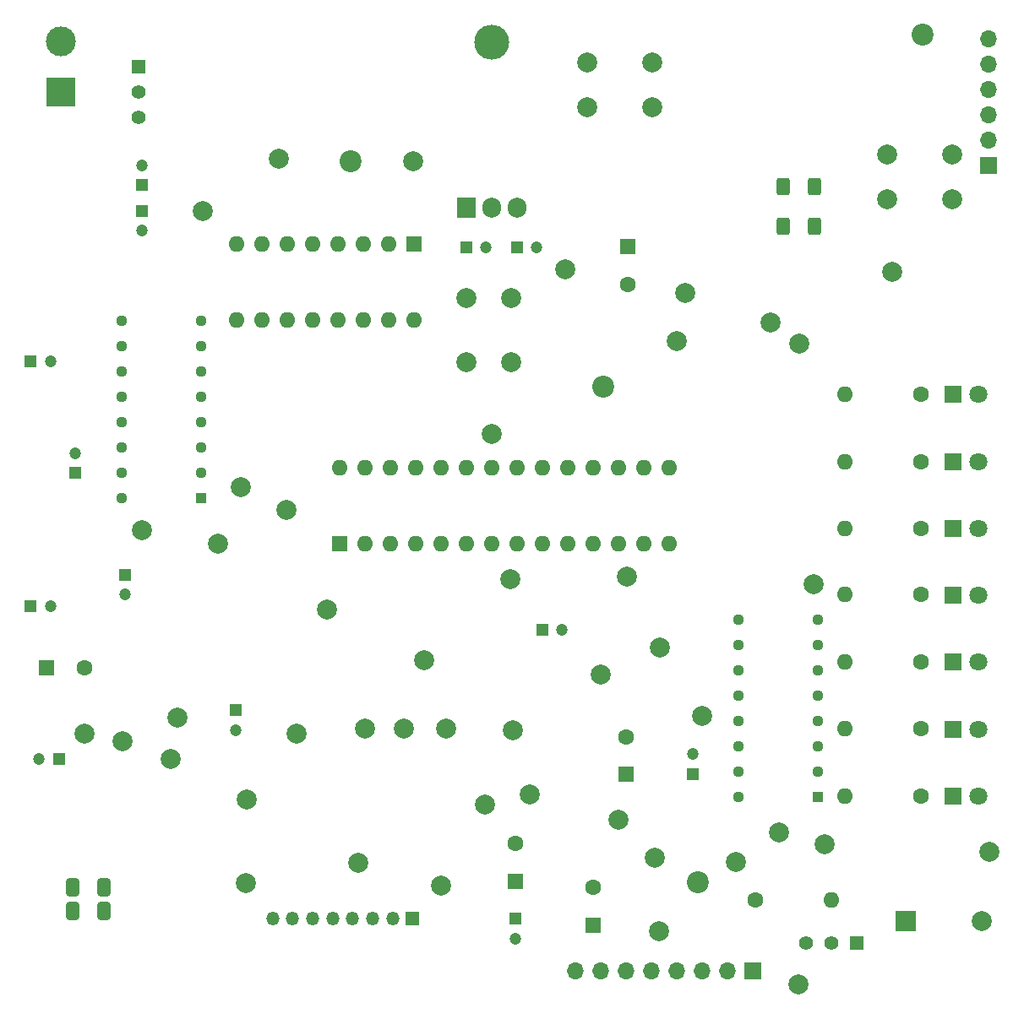
<source format=gbr>
%TF.GenerationSoftware,KiCad,Pcbnew,7.0.10*%
%TF.CreationDate,2024-02-21T03:28:03-08:00*%
%TF.ProjectId,b1,62312e6b-6963-4616-945f-706362585858,1*%
%TF.SameCoordinates,Original*%
%TF.FileFunction,Soldermask,Bot*%
%TF.FilePolarity,Negative*%
%FSLAX46Y46*%
G04 Gerber Fmt 4.6, Leading zero omitted, Abs format (unit mm)*
G04 Created by KiCad (PCBNEW 7.0.10) date 2024-02-21 03:28:03*
%MOMM*%
%LPD*%
G01*
G04 APERTURE LIST*
G04 Aperture macros list*
%AMRoundRect*
0 Rectangle with rounded corners*
0 $1 Rounding radius*
0 $2 $3 $4 $5 $6 $7 $8 $9 X,Y pos of 4 corners*
0 Add a 4 corners polygon primitive as box body*
4,1,4,$2,$3,$4,$5,$6,$7,$8,$9,$2,$3,0*
0 Add four circle primitives for the rounded corners*
1,1,$1+$1,$2,$3*
1,1,$1+$1,$4,$5*
1,1,$1+$1,$6,$7*
1,1,$1+$1,$8,$9*
0 Add four rect primitives between the rounded corners*
20,1,$1+$1,$2,$3,$4,$5,0*
20,1,$1+$1,$4,$5,$6,$7,0*
20,1,$1+$1,$6,$7,$8,$9,0*
20,1,$1+$1,$8,$9,$2,$3,0*%
G04 Aperture macros list end*
%ADD10R,1.350000X1.350000*%
%ADD11O,1.350000X1.350000*%
%ADD12C,1.130000*%
%ADD13R,1.130000X1.130000*%
%ADD14O,1.600000X1.600000*%
%ADD15R,1.600000X1.600000*%
%ADD16O,1.905000X2.000000*%
%ADD17R,1.905000X2.000000*%
%ADD18O,3.500000X3.500000*%
%ADD19C,2.000000*%
%ADD20R,1.408000X1.408000*%
%ADD21C,1.408000*%
%ADD22C,1.600000*%
%ADD23RoundRect,0.250000X0.400000X0.625000X-0.400000X0.625000X-0.400000X-0.625000X0.400000X-0.625000X0*%
%ADD24RoundRect,0.250000X-0.400000X-0.625000X0.400000X-0.625000X0.400000X0.625000X-0.400000X0.625000X0*%
%ADD25R,1.700000X1.700000*%
%ADD26O,1.700000X1.700000*%
%ADD27R,3.000000X3.000000*%
%ADD28C,3.000000*%
%ADD29C,2.200000*%
%ADD30R,1.800000X1.800000*%
%ADD31C,1.800000*%
%ADD32C,1.200000*%
%ADD33R,1.200000X1.200000*%
%ADD34RoundRect,0.250000X0.412500X0.650000X-0.412500X0.650000X-0.412500X-0.650000X0.412500X-0.650000X0*%
%ADD35R,2.000000X2.000000*%
G04 APERTURE END LIST*
D10*
%TO.C,U8*%
X135095000Y-134747000D03*
D11*
X133095000Y-134747000D03*
X131095000Y-134747000D03*
X129095000Y-134747000D03*
X127095000Y-134747000D03*
X125095000Y-134747000D03*
X123095000Y-134747000D03*
X121095000Y-134747000D03*
%TD*%
D12*
%TO.C,U6*%
X167767000Y-122555000D03*
X167767000Y-120015000D03*
X167767000Y-117475000D03*
X167767000Y-114935000D03*
X167767000Y-112395000D03*
X167767000Y-109855000D03*
X167767000Y-107315000D03*
X167767000Y-104775000D03*
X175707000Y-104775000D03*
X175707000Y-107315000D03*
X175707000Y-109855000D03*
X175707000Y-112395000D03*
X175707000Y-114935000D03*
X175707000Y-117475000D03*
X175707000Y-120015000D03*
D13*
X175707000Y-122555000D03*
%TD*%
%TO.C,U5*%
X113881500Y-92573000D03*
D12*
X113881500Y-90033000D03*
X113881500Y-87493000D03*
X113881500Y-84953000D03*
X113881500Y-82413000D03*
X113881500Y-79873000D03*
X113881500Y-77333000D03*
X113881500Y-74793000D03*
X105941500Y-74793000D03*
X105941500Y-77333000D03*
X105941500Y-79873000D03*
X105941500Y-82413000D03*
X105941500Y-84953000D03*
X105941500Y-87493000D03*
X105941500Y-90033000D03*
X105941500Y-92573000D03*
%TD*%
D14*
%TO.C,U4*%
X127762000Y-89535000D03*
X130302000Y-89535000D03*
X132842000Y-89535000D03*
X135382000Y-89535000D03*
X137922000Y-89535000D03*
X140462000Y-89535000D03*
X143002000Y-89535000D03*
X145542000Y-89535000D03*
X148082000Y-89535000D03*
X150622000Y-89535000D03*
X153162000Y-89535000D03*
X155702000Y-89535000D03*
X158242000Y-89535000D03*
X160782000Y-89535000D03*
X160782000Y-97155000D03*
X158242000Y-97155000D03*
X155702000Y-97155000D03*
X153162000Y-97155000D03*
X150622000Y-97155000D03*
X148082000Y-97155000D03*
X145542000Y-97155000D03*
X143002000Y-97155000D03*
X140462000Y-97155000D03*
X137922000Y-97155000D03*
X135382000Y-97155000D03*
X132842000Y-97155000D03*
X130302000Y-97155000D03*
D15*
X127762000Y-97155000D03*
%TD*%
D16*
%TO.C,U1*%
X145542000Y-63459000D03*
X143002000Y-63459000D03*
D17*
X140462000Y-63459000D03*
D18*
X143002000Y-46799000D03*
%TD*%
D19*
%TO.C,TP51*%
X129667000Y-129159000D03*
%TD*%
%TO.C,TP50*%
X138430000Y-115697000D03*
%TD*%
%TO.C,TP49*%
X126492000Y-103759000D03*
%TD*%
%TO.C,TP48*%
X136271000Y-108839000D03*
%TD*%
%TO.C,TP47*%
X134239000Y-115697000D03*
%TD*%
%TO.C,TP46*%
X155702000Y-124841000D03*
%TD*%
%TO.C,TP45*%
X118491000Y-122809000D03*
%TD*%
%TO.C,TP44*%
X102235000Y-116205000D03*
%TD*%
%TO.C,TP43*%
X106045000Y-116967000D03*
%TD*%
%TO.C,TP42*%
X130302000Y-115697000D03*
%TD*%
%TO.C,TP41*%
X118364000Y-131191000D03*
%TD*%
%TO.C,TP40*%
X167513000Y-129032000D03*
%TD*%
%TO.C,TP39*%
X146812000Y-122301000D03*
%TD*%
%TO.C,TP38*%
X145161000Y-115824000D03*
%TD*%
%TO.C,TP37*%
X159385000Y-128651000D03*
%TD*%
%TO.C,TP36*%
X176403000Y-127254000D03*
%TD*%
%TO.C,TP35*%
X175260000Y-101219000D03*
%TD*%
%TO.C,TP34*%
X192913000Y-128016000D03*
%TD*%
%TO.C,TP33*%
X153924000Y-110236000D03*
%TD*%
%TO.C,TP32*%
X171831000Y-126111000D03*
%TD*%
%TO.C,TP30*%
X117856000Y-91440000D03*
%TD*%
%TO.C,TP29*%
X143002000Y-86106000D03*
%TD*%
%TO.C,TP28*%
X122428000Y-93726000D03*
%TD*%
%TO.C,TP27*%
X115570000Y-97155000D03*
%TD*%
%TO.C,TP26*%
X107950000Y-95758000D03*
%TD*%
%TO.C,TP25*%
X156591000Y-100457000D03*
%TD*%
%TO.C,TP24*%
X183134000Y-69850000D03*
%TD*%
%TO.C,TP23*%
X170942000Y-74930000D03*
%TD*%
%TO.C,TP22*%
X173863000Y-77089000D03*
%TD*%
%TO.C,TP21*%
X162433000Y-72009000D03*
%TD*%
%TO.C,TP20*%
X144907000Y-100711000D03*
%TD*%
%TO.C,TP18*%
X159766000Y-136017000D03*
%TD*%
%TO.C,TP14*%
X142367000Y-123317000D03*
%TD*%
%TO.C,TP13*%
X161544000Y-76835000D03*
%TD*%
%TO.C,TP12*%
X111506000Y-114554000D03*
%TD*%
%TO.C,TP11*%
X123444000Y-116205000D03*
%TD*%
%TO.C,TP10*%
X164084000Y-114427000D03*
%TD*%
%TO.C,TP9*%
X137922000Y-131445000D03*
%TD*%
%TO.C,TP7*%
X173736000Y-141351000D03*
%TD*%
%TO.C,TP6*%
X110871000Y-118745000D03*
%TD*%
%TO.C,TP5*%
X159893000Y-107569000D03*
%TD*%
%TO.C,TP4*%
X135128000Y-58801000D03*
%TD*%
%TO.C,TP3*%
X121666000Y-58547000D03*
%TD*%
%TO.C,TP2*%
X114046000Y-63754000D03*
%TD*%
%TO.C,TP1*%
X150368000Y-69596000D03*
%TD*%
D20*
%TO.C,SW6*%
X179578000Y-137128000D03*
D21*
X177038000Y-137128000D03*
X174498000Y-137128000D03*
%TD*%
D15*
%TO.C,SW5*%
X135255000Y-67056000D03*
D14*
X132715000Y-67056000D03*
X130175000Y-67056000D03*
X127635000Y-67056000D03*
X125095000Y-67056000D03*
X122555000Y-67056000D03*
X120015000Y-67056000D03*
X117475000Y-67056000D03*
X117475000Y-74676000D03*
X120015000Y-74676000D03*
X122555000Y-74676000D03*
X125095000Y-74676000D03*
X127635000Y-74676000D03*
X130175000Y-74676000D03*
X132715000Y-74676000D03*
X135255000Y-74676000D03*
%TD*%
D19*
%TO.C,SW4*%
X182678000Y-62575000D03*
X189178000Y-62575000D03*
X189178000Y-58075000D03*
X182678000Y-58075000D03*
%TD*%
%TO.C,SW3*%
X159115000Y-48833000D03*
X152615000Y-48833000D03*
X152615000Y-53333000D03*
X159115000Y-53333000D03*
%TD*%
%TO.C,SW2*%
X144962000Y-78942000D03*
X144962000Y-72442000D03*
X140462000Y-72442000D03*
X140462000Y-78942000D03*
%TD*%
D20*
%TO.C,SW1*%
X107664000Y-49276000D03*
D21*
X107664000Y-51816000D03*
X107664000Y-54356000D03*
%TD*%
D22*
%TO.C,R21*%
X169418000Y-132842000D03*
D14*
X177038000Y-132842000D03*
%TD*%
D22*
%TO.C,R20*%
X186055000Y-82169000D03*
D14*
X178435000Y-82169000D03*
%TD*%
D22*
%TO.C,R19*%
X186055000Y-88900000D03*
D14*
X178435000Y-88900000D03*
%TD*%
D22*
%TO.C,R18*%
X186055000Y-95631000D03*
D14*
X178435000Y-95631000D03*
%TD*%
D22*
%TO.C,R17*%
X186055000Y-102235000D03*
D14*
X178435000Y-102235000D03*
%TD*%
D22*
%TO.C,R16*%
X186055000Y-108966000D03*
D14*
X178435000Y-108966000D03*
%TD*%
D22*
%TO.C,R15*%
X186055000Y-115697000D03*
D14*
X178435000Y-115697000D03*
%TD*%
%TO.C,R14*%
X178435000Y-122428000D03*
D22*
X186055000Y-122428000D03*
%TD*%
D23*
%TO.C,R5*%
X172287000Y-65278000D03*
X175387000Y-65278000D03*
%TD*%
D24*
%TO.C,R3*%
X172287000Y-61341000D03*
X175387000Y-61341000D03*
%TD*%
D25*
%TO.C,P1*%
X169164000Y-139954000D03*
D26*
X166624000Y-139954000D03*
X164084000Y-139954000D03*
X161544000Y-139954000D03*
X159004000Y-139954000D03*
X156464000Y-139954000D03*
X153924000Y-139954000D03*
X151384000Y-139954000D03*
%TD*%
D27*
%TO.C,J2*%
X99822000Y-51816000D03*
D28*
X99822000Y-46736000D03*
%TD*%
D25*
%TO.C,J1*%
X192786000Y-59182000D03*
D26*
X192786000Y-56642000D03*
X192786000Y-54102000D03*
X192786000Y-51562000D03*
X192786000Y-49022000D03*
X192786000Y-46482000D03*
%TD*%
D29*
%TO.C,H4*%
X154178000Y-81407000D03*
%TD*%
%TO.C,H3*%
X163703000Y-131064000D03*
%TD*%
%TO.C,H2*%
X186182000Y-46101000D03*
%TD*%
%TO.C,H1*%
X128905000Y-58801000D03*
%TD*%
D30*
%TO.C,D7*%
X189230000Y-82169000D03*
D31*
X191770000Y-82169000D03*
%TD*%
%TO.C,D6*%
X191770000Y-88878833D03*
D30*
X189230000Y-88878833D03*
%TD*%
D31*
%TO.C,D5*%
X191770000Y-95588666D03*
D30*
X189230000Y-95588666D03*
%TD*%
%TO.C,D4*%
X189230000Y-102298499D03*
D31*
X191770000Y-102298499D03*
%TD*%
D30*
%TO.C,D3*%
X189230000Y-109008332D03*
D31*
X191770000Y-109008332D03*
%TD*%
D30*
%TO.C,D2*%
X189230000Y-115718165D03*
D31*
X191770000Y-115718165D03*
%TD*%
D30*
%TO.C,D1*%
X189230000Y-122428000D03*
D31*
X191770000Y-122428000D03*
%TD*%
D32*
%TO.C,C31*%
X145415000Y-136747000D03*
D33*
X145415000Y-134747000D03*
%TD*%
D22*
%TO.C,C30*%
X145415000Y-127161651D03*
D15*
X145415000Y-130961651D03*
%TD*%
D34*
%TO.C,C29*%
X104178500Y-131572000D03*
X101053500Y-131572000D03*
%TD*%
%TO.C,C28*%
X104178500Y-133985000D03*
X101053500Y-133985000D03*
%TD*%
D33*
%TO.C,C27*%
X99695000Y-118745000D03*
D32*
X97695000Y-118745000D03*
%TD*%
D15*
%TO.C,C26*%
X98435000Y-109601000D03*
D22*
X102235000Y-109601000D03*
%TD*%
D15*
%TO.C,C25*%
X153162000Y-135382000D03*
D22*
X153162000Y-131582000D03*
%TD*%
D33*
%TO.C,C22*%
X163195000Y-120225600D03*
D32*
X163195000Y-118225600D03*
%TD*%
D22*
%TO.C,C21*%
X156464000Y-116469000D03*
D15*
X156464000Y-120269000D03*
%TD*%
D32*
%TO.C,C18*%
X101308500Y-88033000D03*
D33*
X101308500Y-90033000D03*
%TD*%
D15*
%TO.C,C17*%
X156702000Y-67303000D03*
D22*
X156702000Y-71103000D03*
%TD*%
D33*
%TO.C,C14*%
X148082000Y-105791000D03*
D32*
X150082000Y-105791000D03*
%TD*%
D33*
%TO.C,C10*%
X96806000Y-78867000D03*
D32*
X98806000Y-78867000D03*
%TD*%
%TO.C,C9*%
X117348000Y-115792000D03*
D33*
X117348000Y-113792000D03*
%TD*%
%TO.C,C8*%
X106299000Y-100235000D03*
D32*
X106299000Y-102235000D03*
%TD*%
D33*
%TO.C,C7*%
X107950000Y-63742600D03*
D32*
X107950000Y-65742600D03*
%TD*%
%TO.C,C6*%
X107950000Y-59170600D03*
D33*
X107950000Y-61170600D03*
%TD*%
%TO.C,C5*%
X96817401Y-103378000D03*
D32*
X98817401Y-103378000D03*
%TD*%
D33*
%TO.C,C2*%
X145542000Y-67437000D03*
D32*
X147542000Y-67437000D03*
%TD*%
D33*
%TO.C,C1*%
X140462000Y-67437000D03*
D32*
X142462000Y-67437000D03*
%TD*%
D35*
%TO.C,BZ1*%
X184541000Y-135001000D03*
D19*
X192141000Y-135001000D03*
%TD*%
M02*

</source>
